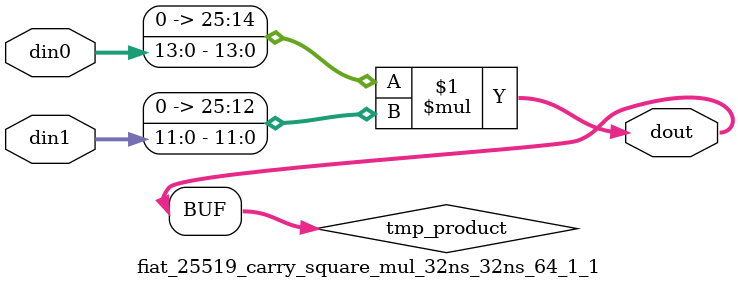
<source format=v>

`timescale 1 ns / 1 ps

  module fiat_25519_carry_square_mul_32ns_32ns_64_1_1(din0, din1, dout);
parameter ID = 1;
parameter NUM_STAGE = 0;
parameter din0_WIDTH = 14;
parameter din1_WIDTH = 12;
parameter dout_WIDTH = 26;

input [din0_WIDTH - 1 : 0] din0; 
input [din1_WIDTH - 1 : 0] din1; 
output [dout_WIDTH - 1 : 0] dout;

wire signed [dout_WIDTH - 1 : 0] tmp_product;










assign tmp_product = $signed({1'b0, din0}) * $signed({1'b0, din1});











assign dout = tmp_product;







endmodule

</source>
